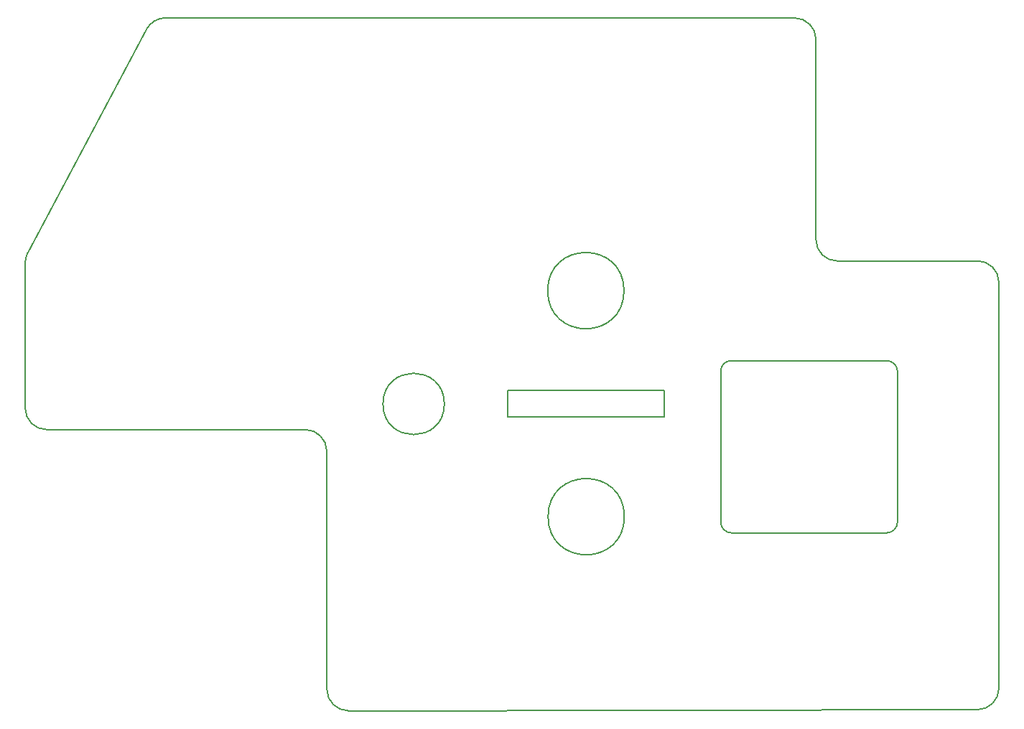
<source format=gm1>
G04 #@! TF.GenerationSoftware,KiCad,Pcbnew,5.0.2-bee76a0~70~ubuntu18.04.1*
G04 #@! TF.CreationDate,2019-04-30T11:13:38-04:00*
G04 #@! TF.ProjectId,AIR_Mount_Minus,4149525f-4d6f-4756-9e74-5f4d696e7573,rev?*
G04 #@! TF.SameCoordinates,Original*
G04 #@! TF.FileFunction,Profile,NP*
%FSLAX46Y46*%
G04 Gerber Fmt 4.6, Leading zero omitted, Abs format (unit mm)*
G04 Created by KiCad (PCBNEW 5.0.2-bee76a0~70~ubuntu18.04.1) date Tue 30 Apr 2019 11:13:38 AM EDT*
%MOMM*%
%LPD*%
G01*
G04 APERTURE LIST*
%ADD10C,0.200000*%
G04 APERTURE END LIST*
D10*
X158800000Y-91020000D02*
X158804335Y-94187833D01*
X177230000Y-91010000D02*
X177230000Y-94150000D01*
X203454882Y-87505019D02*
G75*
G02X204724882Y-88775019I0J-1270000D01*
G01*
X203454882Y-87505019D02*
X185154104Y-87505019D01*
X104430670Y-95654271D02*
X134910670Y-95654271D01*
X204724882Y-106555019D02*
G75*
G02X203454882Y-107825019I-1270000J0D01*
G01*
X204724882Y-106555019D02*
X204724882Y-88775019D01*
X101890670Y-75966941D02*
G75*
G02X102187432Y-74775520I2540000J0D01*
G01*
X216685706Y-126163323D02*
G75*
G02X214149930Y-128703320I-2540001J0D01*
G01*
X139994895Y-128826668D02*
X214149930Y-128703320D01*
X195120000Y-73220668D02*
X195120000Y-49606068D01*
X177230000Y-91010000D02*
X158799054Y-91012837D01*
X151308710Y-92618819D02*
G75*
G03X151308710Y-92618819I-3619500J0D01*
G01*
X214141480Y-75733257D02*
G75*
G02X216685705Y-78273253I4225J-2539996D01*
G01*
X216685705Y-126163323D02*
X216685705Y-78273253D01*
X183884104Y-88775019D02*
G75*
G02X185154104Y-87505019I1270000J0D01*
G01*
X183884104Y-88775019D02*
X183884104Y-106555019D01*
X158804335Y-94187833D02*
X177230000Y-94150000D01*
X101890670Y-75966941D02*
X101890670Y-93114271D01*
X104430670Y-95654271D02*
G75*
G02X101890670Y-93114271I0J2540000D01*
G01*
X185154104Y-107825019D02*
G75*
G02X183884104Y-106555019I0J1270000D01*
G01*
X139994895Y-128826667D02*
G75*
G02X137450670Y-126286671I-4225J2539996D01*
G01*
X137450670Y-98194271D02*
X137450670Y-126286671D01*
X116188130Y-48414647D02*
G75*
G02X118431368Y-47066068I2243238J-1191421D01*
G01*
X192580000Y-47066068D02*
G75*
G02X195120000Y-49606068I0J-2540000D01*
G01*
X192580000Y-47066068D02*
X118431368Y-47066068D01*
X172487001Y-79250038D02*
G75*
G03X172487001Y-79250038I-4500000J0D01*
G01*
X185154104Y-107825019D02*
X203454882Y-107825019D01*
X116188130Y-48414647D02*
X102187432Y-74775520D01*
X134910670Y-95654271D02*
G75*
G02X137450670Y-98194271I0J-2540000D01*
G01*
X214141480Y-75733257D02*
X197664225Y-75760665D01*
X172531363Y-105920001D02*
G75*
G03X172531363Y-105920001I-4500000J0D01*
G01*
X197664225Y-75760664D02*
G75*
G02X195120000Y-73220668I-4225J2539996D01*
G01*
M02*

</source>
